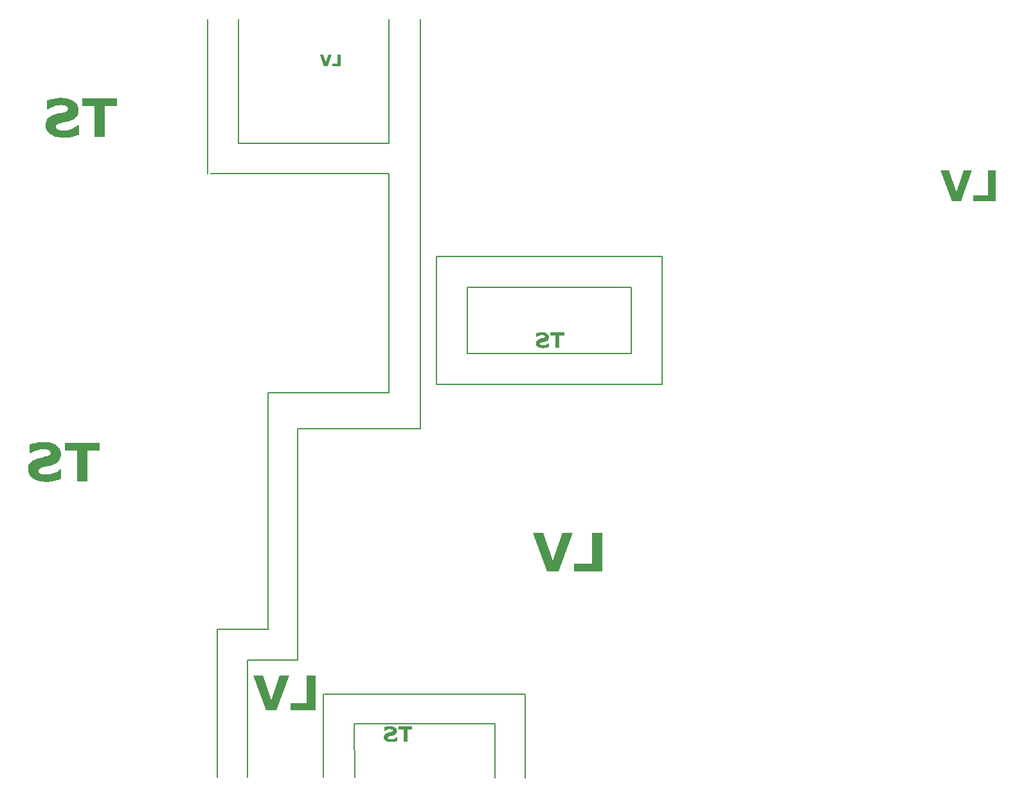
<source format=gbr>
%TF.GenerationSoftware,KiCad,Pcbnew,8.0.2*%
%TF.CreationDate,2025-02-27T21:24:33+01:00*%
%TF.ProjectId,Master_FT25,4d617374-6572-45f4-9654-32352e6b6963,rev?*%
%TF.SameCoordinates,Original*%
%TF.FileFunction,Legend,Bot*%
%TF.FilePolarity,Positive*%
%FSLAX46Y46*%
G04 Gerber Fmt 4.6, Leading zero omitted, Abs format (unit mm)*
G04 Created by KiCad (PCBNEW 8.0.2) date 2025-02-27 21:24:33*
%MOMM*%
%LPD*%
G01*
G04 APERTURE LIST*
%ADD10C,0.150000*%
%ADD11C,1.000000*%
%ADD12C,0.375000*%
%ADD13C,0.500000*%
G04 APERTURE END LIST*
D10*
X85930000Y-59090000D02*
X85930000Y-38790000D01*
X109800000Y-87960000D02*
X93880000Y-87950000D01*
X91210000Y-138600000D02*
X91210000Y-123150000D01*
X113950000Y-92691250D02*
X113950000Y-38791250D01*
X87160000Y-119100000D02*
X87160000Y-138600000D01*
X97750000Y-123150000D02*
X97750000Y-92700000D01*
X105240000Y-131550000D02*
X105275000Y-138600000D01*
X89950000Y-55110000D02*
X89950000Y-38810000D01*
X101190000Y-138580000D02*
X101190000Y-127650000D01*
X93880000Y-87950000D02*
X93920000Y-119110000D01*
X123750000Y-131550000D02*
X105240000Y-131550000D01*
X109775000Y-55100000D02*
X89950000Y-55110000D01*
X97750000Y-92700000D02*
X113950000Y-92700000D01*
X109800000Y-87960000D02*
X109800000Y-59110000D01*
X123750000Y-138650000D02*
X123750000Y-131550000D01*
X109800000Y-59110000D02*
X86370000Y-59100000D01*
X127760000Y-127650000D02*
X127760000Y-138650000D01*
X120125000Y-74100000D02*
X141675000Y-74100000D01*
X141675000Y-82800000D01*
X120125000Y-82800000D01*
X120125000Y-74100000D01*
X116050000Y-70050000D02*
X145800000Y-70050000D01*
X145800000Y-86850000D01*
X116050000Y-86850000D01*
X116050000Y-70050000D01*
X93950000Y-119100000D02*
X87160000Y-119100000D01*
X109800000Y-38792500D02*
X109800000Y-55110000D01*
X101190000Y-127650000D02*
X127760000Y-127650000D01*
X91210000Y-123150000D02*
X97750000Y-123150000D01*
D11*
G36*
X69445952Y-50235799D02*
G01*
X71043300Y-50235799D01*
X71043300Y-54300000D01*
X72362212Y-54300000D01*
X72362212Y-50235799D01*
X73959560Y-50235799D01*
X73959560Y-49219748D01*
X69445952Y-49219748D01*
X69445952Y-50235799D01*
G37*
G36*
X64585519Y-52697766D02*
G01*
X64608059Y-52968160D01*
X64675679Y-53218805D01*
X64788379Y-53449700D01*
X64946159Y-53660846D01*
X65149019Y-53852243D01*
X65226657Y-53911653D01*
X65437841Y-54046047D01*
X65671446Y-54157661D01*
X65927472Y-54246497D01*
X66205918Y-54312555D01*
X66506785Y-54355834D01*
X66763622Y-54374057D01*
X66965666Y-54378157D01*
X67235720Y-54372781D01*
X67490230Y-54356652D01*
X67762065Y-54325053D01*
X68013597Y-54279411D01*
X68073307Y-54265806D01*
X68334320Y-54197187D01*
X68585673Y-54119102D01*
X68827366Y-54031551D01*
X68957466Y-53978820D01*
X68957466Y-52736845D01*
X68813363Y-52736845D01*
X68602780Y-52896748D01*
X68380137Y-53036959D01*
X68145435Y-53157477D01*
X67898674Y-53258304D01*
X67647714Y-53337912D01*
X67401639Y-53394774D01*
X67130644Y-53431558D01*
X66924145Y-53440265D01*
X66679682Y-53427366D01*
X66609071Y-53420725D01*
X66364289Y-53377002D01*
X66289113Y-53352337D01*
X66071828Y-53229623D01*
X66039986Y-53202128D01*
X65943815Y-52975459D01*
X65942288Y-52932240D01*
X66029497Y-52701056D01*
X66085170Y-52646475D01*
X66300320Y-52522711D01*
X66501605Y-52460851D01*
X66742005Y-52406898D01*
X66992886Y-52356170D01*
X67112212Y-52333845D01*
X67366519Y-52279985D01*
X67607524Y-52215644D01*
X67714270Y-52182414D01*
X67979549Y-52084574D01*
X68210117Y-51972709D01*
X68431118Y-51827689D01*
X68625552Y-51642647D01*
X68643614Y-51620655D01*
X68780572Y-51407824D01*
X68872706Y-51167752D01*
X68920019Y-50900438D01*
X68926936Y-50740160D01*
X68904439Y-50484607D01*
X68836948Y-50247343D01*
X68724462Y-50028369D01*
X68566983Y-49827684D01*
X68364510Y-49645289D01*
X68287020Y-49588555D01*
X68077750Y-49459791D01*
X67850650Y-49352851D01*
X67605722Y-49267736D01*
X67342964Y-49204445D01*
X67062377Y-49162979D01*
X66763960Y-49143337D01*
X66639602Y-49141591D01*
X66387650Y-49147544D01*
X66137377Y-49165404D01*
X65888784Y-49195171D01*
X65641870Y-49236845D01*
X65374878Y-49294290D01*
X65128945Y-49359463D01*
X64880385Y-49440941D01*
X64788241Y-49476203D01*
X64788241Y-50626587D01*
X64928681Y-50626587D01*
X65135381Y-50488318D01*
X65369272Y-50365075D01*
X65603022Y-50267005D01*
X65685833Y-50237020D01*
X65939483Y-50160867D01*
X66196225Y-50109637D01*
X66456057Y-50083329D01*
X66601744Y-50079483D01*
X66848353Y-50091848D01*
X66930251Y-50101465D01*
X67177326Y-50158918D01*
X67244103Y-50183286D01*
X67456490Y-50316163D01*
X67474912Y-50334717D01*
X67570167Y-50566748D01*
X67490676Y-50806702D01*
X67416294Y-50874494D01*
X67192506Y-50976160D01*
X66934506Y-51046399D01*
X66831332Y-51068667D01*
X66589770Y-51118422D01*
X66340292Y-51170693D01*
X66291556Y-51181018D01*
X66039108Y-51240517D01*
X65787996Y-51312511D01*
X65732240Y-51330006D01*
X65489976Y-51419899D01*
X65249168Y-51538662D01*
X65024241Y-51692707D01*
X64865177Y-51847801D01*
X64717702Y-52071436D01*
X64631674Y-52305337D01*
X64589889Y-52570150D01*
X64585519Y-52697766D01*
G37*
G36*
X186776866Y-62770000D02*
G01*
X189728297Y-62770000D01*
X189728297Y-58705799D01*
X188673168Y-58705799D01*
X188673168Y-61957159D01*
X186776866Y-61957159D01*
X186776866Y-62770000D01*
G37*
G36*
X182450837Y-58705799D02*
G01*
X183942672Y-62770000D01*
X185123831Y-62770000D01*
X186615666Y-58705799D01*
X185508757Y-58705799D01*
X184519085Y-61560509D01*
X183530390Y-58705799D01*
X182450837Y-58705799D01*
G37*
D12*
G36*
X102347575Y-44945000D02*
G01*
X103454361Y-44945000D01*
X103454361Y-43420924D01*
X103058688Y-43420924D01*
X103058688Y-44640184D01*
X102347575Y-44640184D01*
X102347575Y-44945000D01*
G37*
G36*
X100725314Y-43420924D02*
G01*
X101284752Y-44945000D01*
X101727686Y-44945000D01*
X102287124Y-43420924D01*
X101872034Y-43420924D01*
X101500907Y-44491441D01*
X101130146Y-43420924D01*
X100725314Y-43420924D01*
G37*
D11*
G36*
X96822725Y-129785000D02*
G01*
X100143084Y-129785000D01*
X100143084Y-125212773D01*
X98956064Y-125212773D01*
X98956064Y-128870554D01*
X96822725Y-128870554D01*
X96822725Y-129785000D01*
G37*
G36*
X91955942Y-125212773D02*
G01*
X93634256Y-129785000D01*
X94963060Y-129785000D01*
X96641374Y-125212773D01*
X95396102Y-125212773D01*
X94282721Y-128424323D01*
X93170439Y-125212773D01*
X91955942Y-125212773D01*
G37*
D13*
G36*
X131088381Y-80434319D02*
G01*
X131727320Y-80434319D01*
X131727320Y-82060000D01*
X132254884Y-82060000D01*
X132254884Y-80434319D01*
X132893824Y-80434319D01*
X132893824Y-80027899D01*
X131088381Y-80027899D01*
X131088381Y-80434319D01*
G37*
G36*
X129144207Y-81419106D02*
G01*
X129153223Y-81527264D01*
X129180271Y-81627522D01*
X129225351Y-81719880D01*
X129288463Y-81804338D01*
X129369607Y-81880897D01*
X129400662Y-81904661D01*
X129485136Y-81958418D01*
X129578578Y-82003064D01*
X129680988Y-82038599D01*
X129792367Y-82065022D01*
X129912714Y-82082333D01*
X130015448Y-82089623D01*
X130096266Y-82091263D01*
X130204288Y-82089112D01*
X130306092Y-82082661D01*
X130414826Y-82070021D01*
X130515438Y-82051764D01*
X130539323Y-82046322D01*
X130643728Y-82018875D01*
X130744269Y-81987641D01*
X130840946Y-81952620D01*
X130892986Y-81931528D01*
X130892986Y-81434738D01*
X130835345Y-81434738D01*
X130751112Y-81498699D01*
X130662055Y-81554783D01*
X130568174Y-81602991D01*
X130469469Y-81643321D01*
X130369085Y-81675164D01*
X130270655Y-81697909D01*
X130162257Y-81712623D01*
X130079658Y-81716106D01*
X129981873Y-81710946D01*
X129953628Y-81708290D01*
X129855715Y-81690801D01*
X129825645Y-81680935D01*
X129738731Y-81631849D01*
X129725994Y-81620851D01*
X129687526Y-81530183D01*
X129686915Y-81512896D01*
X129721798Y-81420422D01*
X129744068Y-81398590D01*
X129830128Y-81349084D01*
X129910642Y-81324340D01*
X130006802Y-81302759D01*
X130107154Y-81282468D01*
X130154884Y-81273538D01*
X130256607Y-81251994D01*
X130353009Y-81226257D01*
X130395708Y-81212965D01*
X130501819Y-81173829D01*
X130594046Y-81129083D01*
X130682447Y-81071075D01*
X130760221Y-80997058D01*
X130767445Y-80988262D01*
X130822228Y-80903129D01*
X130859082Y-80807100D01*
X130878007Y-80700175D01*
X130880774Y-80636064D01*
X130871775Y-80533842D01*
X130844779Y-80438937D01*
X130799785Y-80351347D01*
X130736793Y-80271073D01*
X130655804Y-80198115D01*
X130624808Y-80175422D01*
X130541100Y-80123916D01*
X130450260Y-80081140D01*
X130352288Y-80047094D01*
X130247185Y-80021778D01*
X130134950Y-80005191D01*
X130015584Y-79997334D01*
X129965840Y-79996636D01*
X129865060Y-79999017D01*
X129764951Y-80006161D01*
X129665513Y-80018068D01*
X129566748Y-80034738D01*
X129459951Y-80057716D01*
X129361578Y-80083785D01*
X129262154Y-80116376D01*
X129225296Y-80130481D01*
X129225296Y-80590635D01*
X129281472Y-80590635D01*
X129364152Y-80535327D01*
X129457708Y-80486030D01*
X129551209Y-80446802D01*
X129584333Y-80434808D01*
X129685793Y-80404346D01*
X129788490Y-80383854D01*
X129892423Y-80373331D01*
X129950697Y-80371793D01*
X130049341Y-80376739D01*
X130082100Y-80380586D01*
X130180930Y-80403567D01*
X130207641Y-80413314D01*
X130292596Y-80466465D01*
X130299965Y-80473886D01*
X130338066Y-80566699D01*
X130306270Y-80662680D01*
X130276517Y-80689797D01*
X130187002Y-80730464D01*
X130083802Y-80758559D01*
X130042533Y-80767466D01*
X129945908Y-80787368D01*
X129846117Y-80808277D01*
X129826622Y-80812407D01*
X129725643Y-80836206D01*
X129625198Y-80865004D01*
X129602896Y-80872002D01*
X129505990Y-80907959D01*
X129409667Y-80955465D01*
X129319696Y-81017083D01*
X129256071Y-81079120D01*
X129197080Y-81168574D01*
X129162669Y-81262134D01*
X129145955Y-81368060D01*
X129144207Y-81419106D01*
G37*
G36*
X111068381Y-132329319D02*
G01*
X111707320Y-132329319D01*
X111707320Y-133955000D01*
X112234884Y-133955000D01*
X112234884Y-132329319D01*
X112873824Y-132329319D01*
X112873824Y-131922899D01*
X111068381Y-131922899D01*
X111068381Y-132329319D01*
G37*
G36*
X109124207Y-133314106D02*
G01*
X109133223Y-133422264D01*
X109160271Y-133522522D01*
X109205351Y-133614880D01*
X109268463Y-133699338D01*
X109349607Y-133775897D01*
X109380662Y-133799661D01*
X109465136Y-133853418D01*
X109558578Y-133898064D01*
X109660988Y-133933599D01*
X109772367Y-133960022D01*
X109892714Y-133977333D01*
X109995448Y-133984623D01*
X110076266Y-133986263D01*
X110184288Y-133984112D01*
X110286092Y-133977661D01*
X110394826Y-133965021D01*
X110495438Y-133946764D01*
X110519323Y-133941322D01*
X110623728Y-133913875D01*
X110724269Y-133882641D01*
X110820946Y-133847620D01*
X110872986Y-133826528D01*
X110872986Y-133329738D01*
X110815345Y-133329738D01*
X110731112Y-133393699D01*
X110642055Y-133449783D01*
X110548174Y-133497991D01*
X110449469Y-133538321D01*
X110349085Y-133570164D01*
X110250655Y-133592909D01*
X110142257Y-133607623D01*
X110059658Y-133611106D01*
X109961873Y-133605946D01*
X109933628Y-133603290D01*
X109835715Y-133585801D01*
X109805645Y-133575935D01*
X109718731Y-133526849D01*
X109705994Y-133515851D01*
X109667526Y-133425183D01*
X109666915Y-133407896D01*
X109701798Y-133315422D01*
X109724068Y-133293590D01*
X109810128Y-133244084D01*
X109890642Y-133219340D01*
X109986802Y-133197759D01*
X110087154Y-133177468D01*
X110134884Y-133168538D01*
X110236607Y-133146994D01*
X110333009Y-133121257D01*
X110375708Y-133107965D01*
X110481819Y-133068829D01*
X110574046Y-133024083D01*
X110662447Y-132966075D01*
X110740221Y-132892058D01*
X110747445Y-132883262D01*
X110802228Y-132798129D01*
X110839082Y-132702100D01*
X110858007Y-132595175D01*
X110860774Y-132531064D01*
X110851775Y-132428842D01*
X110824779Y-132333937D01*
X110779785Y-132246347D01*
X110716793Y-132166073D01*
X110635804Y-132093115D01*
X110604808Y-132070422D01*
X110521100Y-132018916D01*
X110430260Y-131976140D01*
X110332288Y-131942094D01*
X110227185Y-131916778D01*
X110114950Y-131900191D01*
X109995584Y-131892334D01*
X109945840Y-131891636D01*
X109845060Y-131894017D01*
X109744951Y-131901161D01*
X109645513Y-131913068D01*
X109546748Y-131929738D01*
X109439951Y-131952716D01*
X109341578Y-131978785D01*
X109242154Y-132011376D01*
X109205296Y-132025481D01*
X109205296Y-132485635D01*
X109261472Y-132485635D01*
X109344152Y-132430327D01*
X109437708Y-132381030D01*
X109531209Y-132341802D01*
X109564333Y-132329808D01*
X109665793Y-132299346D01*
X109768490Y-132278854D01*
X109872423Y-132268331D01*
X109930697Y-132266793D01*
X110029341Y-132271739D01*
X110062100Y-132275586D01*
X110160930Y-132298567D01*
X110187641Y-132308314D01*
X110272596Y-132361465D01*
X110279965Y-132368886D01*
X110318066Y-132461699D01*
X110286270Y-132557680D01*
X110256517Y-132584797D01*
X110167002Y-132625464D01*
X110063802Y-132653559D01*
X110022533Y-132662466D01*
X109925908Y-132682368D01*
X109826117Y-132703277D01*
X109806622Y-132707407D01*
X109705643Y-132731206D01*
X109605198Y-132760004D01*
X109582896Y-132767002D01*
X109485990Y-132802959D01*
X109389667Y-132850465D01*
X109299696Y-132912083D01*
X109236071Y-132974120D01*
X109177080Y-133063574D01*
X109142669Y-133157134D01*
X109125955Y-133263060D01*
X109124207Y-133314106D01*
G37*
D11*
G36*
X134208583Y-111550000D02*
G01*
X137897871Y-111550000D01*
X137897871Y-106469748D01*
X136578960Y-106469748D01*
X136578960Y-110533949D01*
X134208583Y-110533949D01*
X134208583Y-111550000D01*
G37*
G36*
X128801046Y-106469748D02*
G01*
X130665840Y-111550000D01*
X132142288Y-111550000D01*
X134007083Y-106469748D01*
X132623447Y-106469748D01*
X131386357Y-110038136D01*
X130150488Y-106469748D01*
X128801046Y-106469748D01*
G37*
G36*
X67145952Y-95560799D02*
G01*
X68743300Y-95560799D01*
X68743300Y-99625000D01*
X70062212Y-99625000D01*
X70062212Y-95560799D01*
X71659560Y-95560799D01*
X71659560Y-94544748D01*
X67145952Y-94544748D01*
X67145952Y-95560799D01*
G37*
G36*
X62285519Y-98022766D02*
G01*
X62308059Y-98293160D01*
X62375679Y-98543805D01*
X62488379Y-98774700D01*
X62646159Y-98985846D01*
X62849019Y-99177243D01*
X62926657Y-99236653D01*
X63137841Y-99371047D01*
X63371446Y-99482661D01*
X63627472Y-99571497D01*
X63905918Y-99637555D01*
X64206785Y-99680834D01*
X64463622Y-99699057D01*
X64665666Y-99703157D01*
X64935720Y-99697781D01*
X65190230Y-99681652D01*
X65462065Y-99650053D01*
X65713597Y-99604411D01*
X65773307Y-99590806D01*
X66034320Y-99522187D01*
X66285673Y-99444102D01*
X66527366Y-99356551D01*
X66657466Y-99303820D01*
X66657466Y-98061845D01*
X66513363Y-98061845D01*
X66302780Y-98221748D01*
X66080137Y-98361959D01*
X65845435Y-98482477D01*
X65598674Y-98583304D01*
X65347714Y-98662912D01*
X65101639Y-98719774D01*
X64830644Y-98756558D01*
X64624145Y-98765265D01*
X64379682Y-98752366D01*
X64309071Y-98745725D01*
X64064289Y-98702002D01*
X63989113Y-98677337D01*
X63771828Y-98554623D01*
X63739986Y-98527128D01*
X63643815Y-98300459D01*
X63642288Y-98257240D01*
X63729497Y-98026056D01*
X63785170Y-97971475D01*
X64000320Y-97847711D01*
X64201605Y-97785851D01*
X64442005Y-97731898D01*
X64692886Y-97681170D01*
X64812212Y-97658845D01*
X65066519Y-97604985D01*
X65307524Y-97540644D01*
X65414270Y-97507414D01*
X65679549Y-97409574D01*
X65910117Y-97297709D01*
X66131118Y-97152689D01*
X66325552Y-96967647D01*
X66343614Y-96945655D01*
X66480572Y-96732824D01*
X66572706Y-96492752D01*
X66620019Y-96225438D01*
X66626936Y-96065160D01*
X66604439Y-95809607D01*
X66536948Y-95572343D01*
X66424462Y-95353369D01*
X66266983Y-95152684D01*
X66064510Y-94970289D01*
X65987020Y-94913555D01*
X65777750Y-94784791D01*
X65550650Y-94677851D01*
X65305722Y-94592736D01*
X65042964Y-94529445D01*
X64762377Y-94487979D01*
X64463960Y-94468337D01*
X64339602Y-94466591D01*
X64087650Y-94472544D01*
X63837377Y-94490404D01*
X63588784Y-94520171D01*
X63341870Y-94561845D01*
X63074878Y-94619290D01*
X62828945Y-94684463D01*
X62580385Y-94765941D01*
X62488241Y-94801203D01*
X62488241Y-95951587D01*
X62628681Y-95951587D01*
X62835381Y-95813318D01*
X63069272Y-95690075D01*
X63303022Y-95592005D01*
X63385833Y-95562020D01*
X63639483Y-95485867D01*
X63896225Y-95434637D01*
X64156057Y-95408329D01*
X64301744Y-95404483D01*
X64548353Y-95416848D01*
X64630251Y-95426465D01*
X64877326Y-95483918D01*
X64944103Y-95508286D01*
X65156490Y-95641163D01*
X65174912Y-95659717D01*
X65270167Y-95891748D01*
X65190676Y-96131702D01*
X65116294Y-96199494D01*
X64892506Y-96301160D01*
X64634506Y-96371399D01*
X64531332Y-96393667D01*
X64289770Y-96443422D01*
X64040292Y-96495693D01*
X63991556Y-96506018D01*
X63739108Y-96565517D01*
X63487996Y-96637511D01*
X63432240Y-96655006D01*
X63189976Y-96744899D01*
X62949168Y-96863662D01*
X62724241Y-97017707D01*
X62565177Y-97172801D01*
X62417702Y-97396436D01*
X62331674Y-97630337D01*
X62289889Y-97895150D01*
X62285519Y-98022766D01*
G37*
M02*

</source>
